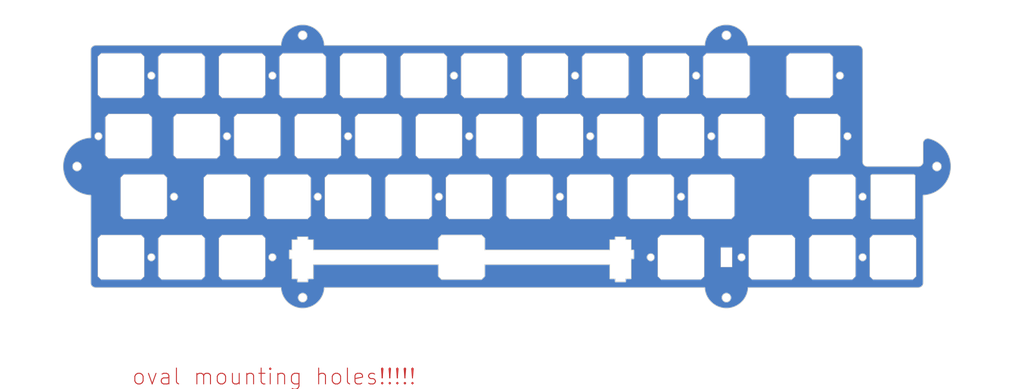
<source format=kicad_pcb>
(kicad_pcb (version 20221018) (generator pcbnew)
  (layers (0 "F.Cu" signal) (31 "B.Cu" signal) (34 "B.Paste" user) (35 "F.Paste" user) (36 "B.SilkS" user "B.Silkscreen") (37 "F.SilkS" user "F.Silkscreen") (38 "B.Mask" user) (39 "F.Mask" user) (44 "Edge.Cuts" user))
  (net 0 "")
  (net 1 "GND")
  (footprint "cipulot_parts:ecs_plate_cut_1U" (layer "F.Cu") (at 243.68125 51.59375)
    (fp_text reference "REF**")
    (fp_text value "Value " hide)
    (fp_line (start -7.3 -6) (end -7.3 6) (stroke (width 0.12)) (layer "Edge.Cuts"))
    (fp_line (start -7.3 6) (end -6.3 7) (stroke (width 0.12)) (layer "Edge.Cuts"))
    (fp_line (start -6.3 -7) (end -7.3 -6) (stroke (width 0.12)) (layer "Edge.Cuts"))
    (fp_line (start -6.3 7) (end 6.3 7) (stroke (width 0.12)) (layer "Edge.Cuts"))
    (fp_line (start 6.3 -7) (end -6.3 -7) (stroke (width 0.12)) (layer "Edge.Cuts"))
    (fp_line (start 6.3 -7) (end 7.3 -6) (stroke (width 0.12)) (layer "Edge.Cuts"))
    (fp_line (start 6.3 7) (end 7.3 6) (stroke (width 0.12)) (layer "Edge.Cuts"))
    (fp_line (start 7.3 6) (end 7.3 -6) (stroke (width 0.12)) (layer "Edge.Cuts"))
  )
  (footprint "cipulot_parts:ecs_plate_cut_1U" (layer "F.Cu") (at 88.9 70.64375)
    (fp_text reference "REF**")
    (fp_text value "Value " hide)
    (fp_line (start -7.3 -6) (end -7.3 6) (stroke (width 0.12)) (layer "Edge.Cuts"))
    (fp_line (start -7.3 6) (end -6.3 7) (stroke (width 0.12)) (layer "Edge.Cuts"))
    (fp_line (start -6.3 -7) (end -7.3 -6) (stroke (width 0.12)) (layer "Edge.Cuts"))
    (fp_line (start -6.3 7) (end 6.3 7) (stroke (width 0.12)) (layer "Edge.Cuts"))
    (fp_line (start 6.3 -7) (end -6.3 -7) (stroke (width 0.12)) (layer "Edge.Cuts"))
    (fp_line (start 6.3 -7) (end 7.3 -6) (stroke (width 0.12)) (layer "Edge.Cuts"))
    (fp_line (start 6.3 7) (end 7.3 6) (stroke (width 0.12)) (layer "Edge.Cuts"))
    (fp_line (start 7.3 6) (end 7.3 -6) (stroke (width 0.12)) (layer "Edge.Cuts"))
  )
  (footprint "cipulot_parts:ecs_plate_cut_1U" (layer "F.Cu") (at 165.1 70.64375)
    (fp_text reference "REF**")
    (fp_text value "Value " hide)
    (fp_line (start -7.3 -6) (end -7.3 6) (stroke (width 0.12)) (layer "Edge.Cuts"))
    (fp_line (start -7.3 6) (end -6.3 7) (stroke (width 0.12)) (layer "Edge.Cuts"))
    (fp_line (start -6.3 -7) (end -7.3 -6) (stroke (width 0.12)) (layer "Edge.Cuts"))
    (fp_line (start -6.3 7) (end 6.3 7) (stroke (width 0.12)) (layer "Edge.Cuts"))
    (fp_line (start 6.3 -7) (end -6.3 -7) (stroke (width 0.12)) (layer "Edge.Cuts"))
    (fp_line (start 6.3 -7) (end 7.3 -6) (stroke (width 0.12)) (layer "Edge.Cuts"))
    (fp_line (start 6.3 7) (end 7.3 6) (stroke (width 0.12)) (layer "Edge.Cuts"))
    (fp_line (start 7.3 6) (end 7.3 -6) (stroke (width 0.12)) (layer "Edge.Cuts"))
  )
  (footprint "cipulot_parts:ecs_plate_cut_1U" (layer "F.Cu") (at 29.36875 70.64375)
    (fp_text reference "REF**")
    (fp_text value "Value " hide)
    (fp_line (start -7.3 -6) (end -7.3 6) (stroke (width 0.12)) (layer "Edge.Cuts"))
    (fp_line (start -7.3 6) (end -6.3 7) (stroke (width 0.12)) (layer "Edge.Cuts"))
    (fp_line (start -6.3 -7) (end -7.3 -6) (stroke (width 0.12)) (layer "Edge.Cuts"))
    (fp_line (start -6.3 7) (end 6.3 7) (stroke (width 0.12)) (layer "Edge.Cuts"))
    (fp_line (start 6.3 -7) (end -6.3 -7) (stroke (width 0.12)) (layer "Edge.Cuts"))
    (fp_line (start 6.3 -7) (end 7.3 -6) (stroke (width 0.12)) (layer "Edge.Cuts"))
    (fp_line (start 6.3 7) (end 7.3 6) (stroke (width 0.12)) (layer "Edge.Cuts"))
    (fp_line (start 7.3 6) (end 7.3 -6) (stroke (width 0.12)) (layer "Edge.Cuts"))
  )
  (footprint "cipulot_parts:ecs_plate_cut_1U" (layer "F.Cu") (at 46.0375 51.59375)
    (fp_text reference "REF**")
    (fp_text value "Value " hide)
    (fp_line (start -7.3 -6) (end -7.3 6) (stroke (width 0.12)) (layer "Edge.Cuts"))
    (fp_line (start -7.3 6) (end -6.3 7) (stroke (width 0.12)) (layer "Edge.Cuts"))
    (fp_line (start -6.3 -7) (end -7.3 -6) (stroke (width 0.12)) (layer "Edge.Cuts"))
    (fp_line (start -6.3 7) (end 6.3 7) (stroke (width 0.12)) (layer "Edge.Cuts"))
    (fp_line (start 6.3 -7) (end -6.3 -7) (stroke (width 0.12)) (layer "Edge.Cuts"))
    (fp_line (start 6.3 -7) (end 7.3 -6) (stroke (width 0.12)) (layer "Edge.Cuts"))
    (fp_line (start 6.3 7) (end 7.3 6) (stroke (width 0.12)) (layer "Edge.Cuts"))
    (fp_line (start 7.3 6) (end 7.3 -6) (stroke (width 0.12)) (layer "Edge.Cuts"))
  )
  (footprint "cipulot_parts:ecs_plate_cut_1U" (layer "F.Cu") (at 212.725 89.69375)
    (fp_text reference "REF**")
    (fp_text value "Value " hide)
    (fp_line (start -7.3 -6) (end -7.3 6) (stroke (width 0.12)) (layer "Edge.Cuts"))
    (fp_line (start -7.3 6) (end -6.3 7) (stroke (width 0.12)) (layer "Edge.Cuts"))
    (fp_line (start -6.3 -7) (end -7.3 -6) (stroke (width 0.12)) (layer "Edge.Cuts"))
    (fp_line (start -6.3 7) (end 6.3 7) (stroke (width 0.12)) (layer "Edge.Cuts"))
    (fp_line (start 6.3 -7) (end -6.3 -7) (stroke (width 0.12)) (layer "Edge.Cuts"))
    (fp_line (start 6.3 -7) (end 7.3 -6) (stroke (width 0.12)) (layer "Edge.Cuts"))
    (fp_line (start 6.3 7) (end 7.3 6) (stroke (width 0.12)) (layer "Edge.Cuts"))
    (fp_line (start 7.3 6) (end 7.3 -6) (stroke (width 0.12)) (layer "Edge.Cuts"))
  )
  (footprint "cipulot_parts:ecs_plate_cut_1U" (layer "F.Cu") (at 146.05 70.64375)
    (fp_text reference "REF**")
    (fp_text value "Value " hide)
    (fp_line (start -7.3 -6) (end -7.3 6) (stroke (width 0.12)) (layer "Edge.Cuts"))
    (fp_line (start -7.3 6) (end -6.3 7) (stroke (width 0.12)) (layer "Edge.Cuts"))
    (fp_line (start -6.3 -7) (end -7.3 -6) (stroke (width 0.12)) (layer "Edge.Cuts"))
    (fp_line (start -6.3 7) (end 6.3 7) (stroke (width 0.12)) (layer "Edge.Cuts"))
    (fp_line (start 6.3 -7) (end -6.3 -7) (stroke (width 0.12)) (layer "Edge.Cuts"))
    (fp_line (start 6.3 -7) (end 7.3 -6) (stroke (width 0.12)) (layer "Edge.Cuts"))
    (fp_line (start 6.3 7) (end 7.3 6) (stroke (width 0.12)) (layer "Edge.Cuts"))
    (fp_line (start 7.3 6) (end 7.3 -6) (stroke (width 0.12)) (layer "Edge.Cuts"))
  )
  (footprint "cipulot_parts:ecs_plate_cut_1U" (layer "F.Cu") (at 217.4875 51.59375)
    (fp_text reference "REF**")
    (fp_text value "Value " hide)
    (fp_line (start -7.3 -6) (end -7.3 6) (stroke (width 0.12)) (layer "Edge.Cuts"))
    (fp_line (start -7.3 6) (end -6.3 7) (stroke (width 0.12)) (layer "Edge.Cuts"))
    (fp_line (start -6.3 -7) (end -7.3 -6) (stroke (width 0.12)) (layer "Edge.Cuts"))
    (fp_line (start -6.3 7) (end 6.3 7) (stroke (width 0.12)) (layer "Edge.Cuts"))
    (fp_line (start 6.3 -7) (end -6.3 -7) (stroke (width 0.12)) (layer "Edge.Cuts"))
    (fp_line (start 6.3 -7) (end 7.3 -6) (stroke (width 0.12)) (layer "Edge.Cuts"))
    (fp_line (start 6.3 7) (end 7.3 6) (stroke (width 0.12)) (layer "Edge.Cuts"))
    (fp_line (start 7.3 6) (end 7.3 -6) (stroke (width 0.12)) (layer "Edge.Cuts"))
  )
  (footprint "cipulot_parts:ecs_plate_cut_1U" (layer "F.Cu") (at 46.0375 108.74375)
    (fp_text reference "REF**")
    (fp_text value "Value " hide)
    (fp_line (start -7.3 -6) (end -7.3 6) (stroke (width 0.12)) (layer "Edge.Cuts"))
    (fp_line (start -7.3 6) (end -6.3 7) (stroke (width 0.12)) (layer "Edge.Cuts"))
    (fp_line (start -6.3 -7) (end -7.3 -6) (stroke (width 0.12)) (layer "Edge.Cuts"))
    (fp_line (start -6.3 7) (end 6.3 7) (stroke (width 0.12)) (layer "Edge.Cuts"))
    (fp_line (start 6.3 -7) (end -6.3 -7) (stroke (width 0.12)) (layer "Edge.Cuts"))
    (fp_line (start 6.3 -7) (end 7.3 -6) (stroke (width 0.12)) (layer "Edge.Cuts"))
    (fp_line (start 6.3 7) (end 7.3 6) (stroke (width 0.12)) (layer "Edge.Cuts"))
    (fp_line (start 7.3 6) (end 7.3 -6) (stroke (width 0.12)) (layer "Edge.Cuts"))
  )
  (footprint "cipulot_parts:ecs_plate_cut_1U" (layer "F.Cu") (at 127 70.64375)
    (fp_text reference "REF**")
    (fp_text value "Value " hide)
    (fp_line (start -7.3 -6) (end -7.3 6) (stroke (width 0.12)) (layer "Edge.Cuts"))
    (fp_line (start -7.3 6) (end -6.3 7) (stroke (width 0.12)) (layer "Edge.Cuts"))
    (fp_line (start -6.3 -7) (end -7.3 -6) (stroke (width 0.12)) (layer "Edge.Cuts"))
    (fp_line (start -6.3 7) (end 6.3 7) (stroke (width 0.12)) (layer "Edge.Cuts"))
    (fp_line (start 6.3 -7) (end -6.3 -7) (stroke (width 0.12)) (layer "Edge.Cuts"))
    (fp_line (start 6.3 -7) (end 7.3 -6) (stroke (width 0.12)) (layer "Edge.Cuts"))
    (fp_line (start 6.3 7) (end 7.3 6) (stroke (width 0.12)) (layer "Edge.Cuts"))
    (fp_line (start 7.3 6) (end 7.3 -6) (stroke (width 0.12)) (layer "Edge.Cuts"))
  )
  (footprint "cipulot_parts:ecs_plate_cut_1U" (layer "F.Cu") (at 174.625 89.69375)
    (fp_text reference "REF**")
    (fp_text value "Value " hide)
    (fp_line (start -7.3 -6) (end -7.3 6) (stroke (width 0.12)) (layer "Edge.Cuts"))
    (fp_line (start -7.3 6) (end -6.3 7) (stroke (width 0.12)) (layer "Edge.Cuts"))
    (fp_line (start -6.3 -7) (end -7.3 -6) (stroke (width 0.12)) (layer "Edge.Cuts"))
    (fp_line (start -6.3 7) (end 6.3 7) (stroke (width 0.12)) (layer "Edge.Cuts"))
    (fp_line (start 6.3 -7) (end -6.3 -7) (stroke (width 0.12)) (layer "Edge.Cuts"))
    (fp_line (start 6.3 -7) (end 7.3 -6) (stroke (width 0.12)) (layer "Edge.Cuts"))
    (fp_line (start 6.3 7) (end 7.3 6) (stroke (width 0.12)) (layer "Edge.Cuts"))
    (fp_line (start 7.3 6) (end 7.3 -6) (stroke (width 0.12)) (layer "Edge.Cuts"))
  )
  (footprint "cipulot_parts:ecs_plate_cut_1U" (layer "F.Cu") (at 203.2 108.74375)
    (fp_text reference "REF**")
    (fp_text value "Value " hide)
    (fp_line (start -7.3 -6) (end -7.3 6) (stroke (width 0.12)) (layer "Edge.Cuts"))
    (fp_line (start -7.3 6) (end -6.3 7) (stroke (width 0.12)) (layer "Edge.Cuts"))
    (fp_line (start -6.3 -7) (end -7.3 -6) (stroke (width 0.12)) (layer "Edge.Cuts"))
    (fp_line (start -6.3 7) (end 6.3 7) (stroke (width 0.12)) (layer "Edge.Cuts"))
    (fp_line (start 6.3 -7) (end -6.3 -7) (stroke (width 0.12)) (layer "Edge.Cuts"))
    (fp_line (start 6.3 -7) (end 7.3 -6) (stroke (width 0.12)) (layer "Edge.Cuts"))
    (fp_line (start 6.3 7) (end 7.3 6) (stroke (width 0.12)) (layer "Edge.Cuts"))
    (fp_line (start 7.3 6) (end 7.3 -6) (stroke (width 0.12)) (layer "Edge.Cuts"))
  )
  (footprint "cipulot_parts:ecs_plate_cut_1U" (layer "F.Cu") (at 26.9875 108.74375)
    (fp_text reference "REF**")
    (fp_text value "Value " hide)
    (fp_line (start -7.3 -6) (end -7.3 6) (stroke (width 0.12)) (layer "Edge.Cuts"))
    (fp_line (start -7.3 6) (end -6.3 7) (stroke (width 0.12)) (layer "Edge.Cuts"))
    (fp_line (start -6.3 -7) (end -7.3 -6) (stroke (width 0.12)) (layer "Edge.Cuts"))
    (fp_line (start -6.3 7) (end 6.3 7) (stroke (width 0.12)) (layer "Edge.Cuts"))
    (fp_line (start 6.3 -7) (end -6.3 -7) (stroke (width 0.12)) (layer "Edge.Cuts"))
    (fp_line (start 6.3 -7) (end 7.3 -6) (stroke (width 0.12)) (layer "Edge.Cuts"))
    (fp_line (start 6.3 7) (end 7.3 6) (stroke (width 0.12)) (layer "Edge.Cuts"))
    (fp_line (start 7.3 6) (end 7.3 -6) (stroke (width 0.12)) (layer "Edge.Cuts"))
  )
  (footprint "cipulot_parts:ecs_plate_cut_1U" (layer "F.Cu") (at 250.825 108.74375)
    (fp_text reference "REF**")
    (fp_text value "Value " hide)
    (fp_line (start -7.3 -6) (end -7.3 6) (stroke (width 0.12)) (layer "Edge.Cuts"))
    (fp_line (start -7.3 6) (end -6.3 7) (stroke (width 0.12)) (layer "Edge.Cuts"))
    (fp_line (start -6.3 -7) (end -7.3 -6) (stroke (width 0.12)) (layer "Edge.Cuts"))
    (fp_line (start -6.3 7) (end 6.3 7) (stroke (width 0.12)) (layer "Edge.Cuts"))
    (fp_line (start 6.3 -7) (end -6.3 -7) (stroke (width 0.12)) (layer "Edge.Cuts"))
    (fp_line (start 6.3 -7) (end 7.3 -6) (stroke (width 0.12)) (layer "Edge.Cuts"))
    (fp_line (start 6.3 7) (end 7.3 6) (stroke (width 0.12)) (layer "Edge.Cuts"))
    (fp_line (start 7.3 6) (end 7.3 -6) (stroke (width 0.12)) (layer "Edge.Cuts"))
  )
  (footprint "cipulot_parts:ecs_plate_cut_1U" (layer "F.Cu") (at 193.675 89.69375)
    (fp_text reference "REF**")
    (fp_text value "Value " hide)
    (fp_line (start -7.3 -6) (end -7.3 6) (stroke (width 0.12)) (layer "Edge.Cuts"))
    (fp_line (start -7.3 6) (end -6.3 7) (stroke (width 0.12)) (layer "Edge.Cuts"))
    (fp_line (start -6.3 -7) (end -7.3 -6) (stroke (width 0.12)) (layer "Edge.Cuts"))
    (fp_line (start -6.3 7) (end 6.3 7) (stroke (width 0.12)) (layer "Edge.Cuts"))
    (fp_line (start 6.3 -7) (end -6.3 -7) (stroke (width 0.12)) (layer "Edge.Cuts"))
    (fp_line (start 6.3 -7) (end 7.3 -6) (stroke (width 0.12)) (layer "Edge.Cuts"))
    (fp_line (start 6.3 7) (end 7.3 6) (stroke (width 0.12)) (layer "Edge.Cuts"))
    (fp_line (start 7.3 6) (end 7.3 -6) (stroke (width 0.12)) (layer "Edge.Cuts"))
  )
  (footprint "cipulot_parts:ecs_plate_cut_1U" (layer "F.Cu") (at 65.0875 51.59375)
    (fp_text reference "REF**")
    (fp_text value "Value " hide)
    (fp_line (start -7.3 -6) (end -7.3 6) (stroke (width 0.12)) (layer "Edge.Cuts"))
    (fp_line (start -7.3 6) (end -6.3 7) (stroke (width 0.12)) (layer "Edge.Cuts"))
    (fp_line (start -6.3 -7) (end -7.3 -6) (stroke (width 0.12)) (layer "Edge.Cuts"))
    (fp_line (start -6.3 7) (end 6.3 7) (stroke (width 0.12)) (layer "Edge.Cuts"))
    (fp_line (start 6.3 -7) (end -6.3 -7) (stroke (width 0.12)) (layer "Edge.Cuts"))
    (fp_line (start 6.3 -7) (end 7.3 -6) (stroke (width 0.12)) (layer "Edge.Cuts"))
    (fp_line (start 6.3 7) (end 7.3 6) (stroke (width 0.12)) (layer "Edge.Cuts"))
    (fp_line (start 7.3 6) (end 7.3 -6) (stroke (width 0.12)) (layer "Edge.Cuts"))
  )
  (footprint "cipulot_parts:ecs_plate_cut_1U" (layer "F.Cu") (at 179.3875 51.59375)
    (fp_text reference "REF**")
    (fp_text value "Value " hide)
    (fp_line (start -7.3 -6) (end -7.3 6) (stroke (width 0.12)) (layer "Edge.Cuts"))
    (fp_line (start -7.3 6) (end -6.3 7) (stroke (width 0.12)) (layer "Edge.Cuts"))
    (fp_line (start -6.3 -7) (end -7.3 -6) (stroke (width 0.12)) (layer "Edge.Cuts"))
    (fp_line (start -6.3 7) (end 6.3 7) (stroke (width 0.12)) (layer "Edge.Cuts"))
    (fp_line (start 6.3 -7) (end -6.3 -7) (stroke (width 0.12)) (layer "Edge.Cuts"))
    (fp_line (start 6.3 -7) (end 7.3 -6) (stroke (width 0.12)) (layer "Edge.Cuts"))
    (fp_line (start 6.3 7) (end 7.3 6) (stroke (width 0.12)) (layer "Edge.Cuts"))
    (fp_line (start 7.3 6) (end 7.3 -6) (stroke (width 0.12)) (layer "Edge.Cuts"))
  )
  (footprint "cipulot_parts:ecs_plate_cut_1U" (layer "F.Cu") (at 222.25 70.64375)
    (fp_text reference "REF**")
    (fp_text value "Value " hide)
    (fp_line (start -7.3 -6) (end -7.3 6) (stroke (width 0.12)) (layer "Edge.Cuts"))
    (fp_line (start -7.3 6) (end -6.3 7) (stroke (width 0.12)) (layer "Edge.Cuts"))
    (fp_line (start -6.3 -7) (end -7.3 -6) (stroke (width 0.12)) (layer "Edge.Cuts"))
    (fp_line (start -6.3 7) (end 6.3 7) (stroke (width 0.12)) (layer "Edge.Cuts"))
    (fp_line (start 6.3 -7) (end -6.3 -7) (stroke (width 0.12)) (layer "Edge.Cuts"))
    (fp_line (start 6.3 -7) (end 7.3 -6) (stroke (width 0.12)) (layer "Edge.Cuts"))
    (fp_line (start 6.3 7) (end 7.3 6) (stroke (width 0.12)) (layer "Edge.Cuts"))
    (fp_line (start 7.3 6) (end 7.3 -6) (stroke (width 0.12)) (layer "Edge.Cuts"))
  )
  (footprint "cipulot_parts:ecs_plate_cut_1U" (layer "F.Cu") (at 34.13125 89.69375)
    (fp_text reference "REF**")
    (fp_text value "Value " hide)
    (fp_line (start -7.3 -6) (end -7.3 6) (stroke (width 0.12)) (layer "Edge.Cuts"))
    (fp_line (start -7.3 6) (end -6.3 7) (stroke (width 0.12)) (layer "Edge.Cuts"))
    (fp_line (start -6.3 -7) (end -7.3 -6) (stroke (width 0.12)) (layer "Edge.Cuts"))
    (fp_line (start -6.3 7) (end 6.3 7) (stroke (width 0.12)) (layer "Edge.Cuts"))
    (fp_line (start 6.3 -7) (end -6.3 -7) (stroke (width 0.12)) (layer "Edge.Cuts"))
    (fp_line (start 6.3 -7) (end 7.3 -6) (stroke (width 0.12)) (layer "Edge.Cuts"))
    (fp_line (start 6.3 7) (end 7.3 6) (stroke (width 0.12)) (layer "Edge.Cuts"))
    (fp_line (start 7.3 6) (end 7.3 -6) (stroke (width 0.12)) (layer "Edge.Cuts"))
  )
  (footprint "cipulot_parts:ecs_plate_cut_1U" (layer "F.Cu") (at 198.4375 51.59375)
    (fp_text reference "REF**")
    (fp_text value "Value " hide)
    (fp_line (start -7.3 -6) (end -7.3 6) (stroke (width 0.12)) (layer "Edge.Cuts"))
    (fp_line (start -7.3 6) (end -6.3 7) (stroke (width 0.12)) (layer "Edge.Cuts"))
    (fp_line (start -6.3 -7) (end -7.3 -6) (stroke (width 0.12)) (layer "Edge.Cuts"))
    (fp_line (start -6.3 7) (end 6.3 7) (stroke (width 0.12)) (layer "Edge.Cuts"))
    (fp_line (start 6.3 -7) (end -6.3 -7) (stroke (width 0.12)) (layer "Edge.Cuts"))
    (fp_line (start 6.3 -7) (end 7.3 -6) (stroke (width 0.12)) (layer "Edge.Cuts"))
    (fp_line (start 6.3 7) (end 7.3 6) (stroke (width 0.12)) (layer "Edge.Cuts"))
    (fp_line (start 7.3 6) (end 7.3 -6) (stroke (width 0.12)) (layer "Edge.Cuts"))
  )
  (footprint "cipulot_parts:ecs_plate_cut_1U" (layer "F.Cu") (at 26.9875 51.59375)
    (fp_text reference "REF**")
    (fp_text value "Value " hide)
    (fp_line (start -7.3 -6) (end -7.3 6) (stroke (width 0.12)) (layer "Edge.Cuts"))
    (fp_line (start -7.3 6) (end -6.3 7) (stroke (width 0.12)) (layer "Edge.Cuts"))
    (fp_line (start -6.3 -7) (end -7.3 -6) (stroke (width 0.12)) (layer "Edge.Cuts"))
    (fp_line (start -6.3 7) (end 6.3 7) (stroke (width 0.12)) (layer "Edge.Cuts"))
    (fp_line (start 6.3 -7) (end -6.3 -7) (stroke (width 0.12)) (layer "Edge.Cuts"))
    (fp_line (start 6.3 -7) (end 7.3 -6) (stroke (width 0.12)) (layer "Edge.Cuts"))
    (fp_line (start 6.3 7) (end 7.3 6) (stroke (width 0.12)) (layer "Edge.Cuts"))
    (fp_line (start 7.3 6) (end 7.3 -6) (stroke (width 0.12)) (layer "Edge.Cuts"))
  )
  (footprint "cipulot_parts:ecs_plate_cut_1U" (layer "F.Cu") (at 50.8 70.64375)
    (fp_text reference "REF**")
    (fp_text value "Value " hide)
    (fp_line (start -7.3 -6) (end -7.3 6) (stroke (width 0.12)) (layer "Edge.Cuts"))
    (fp_line (start -7.3 6) (end -6.3 7) (stroke (width 0.12)) (layer "Edge.Cuts"))
    (fp_line (start -6.3 -7) (end -7.3 -6) (stroke (width 0.12)) (layer "Edge.Cuts"))
    (fp_line (start -6.3 7) (end 6.3 7) (stroke (width 0.12)) (layer "Edge.Cuts"))
    (fp_line (start 6.3 -7) (end -6.3 -7) (stroke (width 0.12)) (layer "Edge.Cuts"))
    (fp_line (start 6.3 -7) (end 7.3 -6) (stroke (width 0.12)) (layer "Edge.Cuts"))
    (fp_line (start 6.3 7) (end 7.3 6) (stroke (width 0.12)) (layer "Edge.Cuts"))
    (fp_line (start 7.3 6) (end 7.3 -6) (stroke (width 0.12)) (layer "Edge.Cuts"))
  )
  (footprint "cipulot_parts:ecs_plate_cut_1U" (layer "F.Cu") (at 269.875 108.74375)
    (fp_text reference "REF**")
    (fp_text value "Value " hide)
    (fp_line (start -7.3 -6) (end -7.3 6) (stroke (width 0.12)) (layer "Edge.Cuts"))
    (fp_line (start -7.3 6) (end -6.3 7) (stroke (width 0.12)) (layer "Edge.Cuts"))
    (fp_line (start -6.3 -7) (end -7.3 -6) (stroke (width 0.12)) (layer "Edge.Cuts"))
    (fp_line (start -6.3 7) (end 6.3 7) (stroke (width 0.12)) (layer "Edge.Cuts"))
    (fp_line (start 6.3 -7) (end -6.3 -7) (stroke (width 0.12)) (layer "Edge.Cuts"))
    (fp_line (start 6.3 -7) (end 7.3 -6) (stroke (width 0.12)) (layer "Edge.Cuts"))
    (fp_line (start 6.3 7) (end 7.3 6) (stroke (width 0.12)) (layer "Edge.Cuts"))
    (fp_line (start 7.3 6) (end 7.3 -6) (stroke (width 0.12)) (layer "Edge.Cuts"))
  )
  (footprint "cipulot_parts:ecs_plate_cut_1U" (layer "F.Cu") (at 250.825 89.69375)
    (fp_text reference "REF**")
    (fp_text value "Value " hide)
    (fp_line (start -7.3 -6) (end -7.3 6) (stroke (width 0.12)) (layer "Edge.Cuts"))
    (fp_line (start -7.3 6) (end -6.3 7) (stroke (width 0.12)) (layer "Edge.Cuts"))
    (fp_line (start -6.3 -7) (end -7.3 -6) (stroke (width 0.12)) (layer "Edge.Cuts"))
    (fp_line (start -6.3 7) (end 6.3 7) (stroke (width 0.12)) (layer "Edge.Cuts"))
    (fp_line (start 6.3 -7) (end -6.3 -7) (stroke (width 0.12)) (layer "Edge.Cuts"))
    (fp_line (start 6.3 -7) (end 7.3 -6) (stroke (width 0.12)) (layer "Edge.Cuts"))
    (fp_line (start 6.3 7) (end 7.3 6) (stroke (width 0.12)) (layer "Edge.Cuts"))
    (fp_line (start 7.3 6) (end 7.3 -6) (stroke (width 0.12)) (layer "Edge.Cuts"))
  )
  (footprint "cipulot_parts:ecs_plate_cut_1U" (layer "F.Cu") (at 65.0875 108.74375)
    (fp_text reference "REF**")
    (fp_text value "Value " hide)
    (fp_line (start -7.3 -6) (end -7.3 6) (stroke (width 0.12)) (layer "Edge.Cuts"))
    (fp_line (start -7.3 6) (end -6.3 7) (stroke (width 0.12)) (layer "Edge.Cuts"))
    (fp_line (start -6.3 -7) (end -7.3 -6) (stroke (width 0.12)) (layer "Edge.Cuts"))
    (fp_line (start -6.3 7) (end 6.3 7) (stroke (width 0.12)) (layer "Edge.Cuts"))
    (fp_line (start 6.3 -7) (end -6.3 -7) (stroke (width 0.12)) (layer "Edge.Cuts"))
    (fp_line (start 6.3 -7) (end 7.3 -6) (stroke (width 0.12)) (layer "Edge.Cuts"))
    (fp_line (start 6.3 7) (end 7.3 6) (stroke (width 0.12)) (layer "Edge.Cuts"))
    (fp_line (start 7.3 6) (end 7.3 -6) (stroke (width 0.12)) (layer "Edge.Cuts"))
  )
  (footprint "cipulot_parts:ecs_plate_cut_1U" (layer "F.Cu") (at 69.85 70.64375)
    (fp_text reference "REF**")
    (fp_text value "Value " hide)
    (fp_line (start -7.3 -6) (end -7.3 6) (stroke (width 0.12)) (layer "Edge.Cuts"))
    (fp_line (start -7.3 6) (end -6.3 7) (stroke (width 0.12)) (layer "Edge.Cuts"))
    (fp_line (start -6.3 -7) (end -7.3 -6) (stroke (width 0.12)) (layer "Edge.Cuts"))
    (fp_line (start -6.3 7) (end 6.3 7) (stroke (width 0.12)) (layer "Edge.Cuts"))
    (fp_line (start 6.3 -7) (end -6.3 -7) (stroke (width 0.12)) (layer "Edge.Cuts"))
    (fp_line (start 6.3 -7) (end 7.3 -6) (stroke (width 0.12)) (layer "Edge.Cuts"))
    (fp_line (start 6.3 7) (end 7.3 6) (stroke (width 0.12)) (layer "Edge.Cuts"))
    (fp_line (start 7.3 6) (end 7.3 -6) (stroke (width 0.12)) (layer "Edge.Cuts"))
  )
  (footprint "cipulot_parts:ecs_plate_cut_1U" (layer "F.Cu") (at 160.3375 51.59375)
    (fp_text reference "REF**")
    (fp_text value "Value " hide)
    (fp_line (start -7.3 -6) (end -7.3 6) (stroke (width 0.12)) (layer "Edge.Cuts"))
    (fp_line (start -7.3 6) (end -6.3 7) (stroke (width 0.12)) (layer "Edge.Cuts"))
    (fp_line (start -6.3 -7) (end -7.3 -6) (stroke (width 0.12)) (layer "Edge.Cuts"))
    (fp_line (start -6.3 7) (end 6.3 7) (stroke (width 0.12)) (layer "Edge.Cuts"))
    (fp_line (start 6.3 -7) (end -6.3 -7) (stroke (width 0.12)) (layer "Edge.Cuts"))
    (fp_line (start 6.3 -7) (end 7.3 -6) (stroke (width 0.12)) (layer "Edge.Cuts"))
    (fp_line (start 6.3 7) (end 7.3 6) (stroke (width 0.12)) (layer "Edge.Cuts"))
    (fp_line (start 7.3 6) (end 7.3 -6) (stroke (width 0.12)) (layer "Edge.Cuts"))
  )
  (footprint "cipulot_parts:ecs_plate_cut_1U" (layer "F.Cu") (at 155.575 89.69375)
    (fp_text reference "REF**")
    (fp_text value "Value " hide)
    (fp_line (start -7.3 -6) (end -7.3 6) (stroke (width 0.12)) (layer "Edge.Cuts"))
    (fp_line (start -7.3 6) (end -6.3 7) (stroke (width 0.12)) (layer "Edge.Cuts"))
    (fp_line (start -6.3 -7) (end -7.3 -6) (stroke (width 0.12)) (layer "Edge.Cuts"))
    (fp_line (start -6.3 7) (end 6.3 7) (stroke (width 0.12)) (layer "Edge.Cuts"))
    (fp_line (start 6.3 -7) (end -6.3 -7) (stroke (width 0.12)) (layer "Edge.Cuts"))
    (fp_line (start 6.3 -7) (end 7.3 -6) (stroke (width 0.12)) (layer "Edge.Cuts"))
    (fp_line (start 6.3 7) (end 7.3 6) (stroke (width 0.12)) (layer "Edge.Cuts"))
    (fp_line (start 7.3 6) (end 7.3 -6) (stroke (width 0.12)) (layer "Edge.Cuts"))
  )
  (footprint "cipulot_parts:ecs_plate_cut_1U" (layer "F.Cu") (at 141.2875 51.59375)
    (fp_text reference "REF**")
    (fp_text value "Value " hide)
    (fp_line (start -7.3 -6) (end -7.3 6) (stroke (width 0.12)) (layer "Edge.Cuts"))
    (fp_line (start -7.3 6) (end -6.3 7) (stroke (width 0.12)) (layer "Edge.Cuts"))
    (fp_line (start -6.3 -7) (end -7.3 -6) (stroke (width 0.12)) (layer "Edge.Cuts"))
    (fp_line (start -6.3 7) (end 6.3 7) (stroke (width 0.12)) (layer "Edge.Cuts"))
    (fp_line (start 6.3 -7) (end -6.3 -7) (stroke (width 0.12)) (layer "Edge.Cuts"))
    (fp_line (start 6.3 -7) (end 7.3 -6) (stroke (width 0.12)) (layer "Edge.Cuts"))
    (fp_line (start 6.3 7) (end 7.3 6) (stroke (width 0.12)) (layer "Edge.Cuts"))
    (fp_line (start 7.3 6) (end 7.3 -6) (stroke (width 0.12)) (layer "Edge.Cuts"))
  )
  (footprint "cipulot_parts:ecs_plate_cut_1U" (layer "F.Cu") (at 246.0625 70.64375)
    (fp_text reference "REF**")
    (fp_text value "Value " hide)
    (fp_line (start -7.3 -6) (end -7.3 6) (stroke (width 0.12)) (layer "Edge.Cuts"))
    (fp_line (start -7.3 6) (end -6.3 7) (stroke (width 0.12)) (layer "Edge.Cuts"))
    (fp_line (start -6.3 -7) (end -7.3 -6) (stroke (width 0.12)) (layer "Edge.Cuts"))
    (fp_line (start -6.3 7) (end 6.3 7) (stroke (width 0.12)) (layer "Edge.Cuts"))
    (fp_line (start 6.3 -7) (end -6.3 -7) (stroke (width 0.12)) (layer "Edge.Cuts"))
    (fp_line (start 6.3 -7) (end 7.3 -6) (stroke (width 0.12)) (layer "Edge.Cuts"))
    (fp_line (start 6.3 7) (end 7.3 6) (stroke (width 0.12)) (layer "Edge.Cuts"))
    (fp_line (start 7.3 6) (end 7.3 -6) (stroke (width 0.12)) (layer "Edge.Cuts"))
  )
  (footprint "cipulot_parts:ecs_plate_cut_1U" (layer "F.Cu") (at 107.95 70.64375)
    (fp_text reference "REF**")
    (fp_text value "Value " hide)
    (fp_line (start -7.3 -6) (end -7.3 6) (stroke (width 0.12)) (layer "Edge.Cuts"))
    (fp_line (start -7.3 6) (end -6.3 7) (stroke (width 0.12)) (layer "Edge.Cuts"))
    (fp_line (start -6.3 -7) (end -7.3 -6) (stroke (width 0.12)) (layer "Edge.Cuts"))
    (fp_line (start -6.3 7) (end 6.3 7) (stroke (width 0.12)) (layer "Edge.Cuts"))
    (fp_line (start 6.3 -7) (end -6.3 -7) (stroke (width 0.12)) (layer "Edge.Cuts"))
    (fp_line (start 6.3 -7) (end 7.3 -6) (stroke (width 0.12)) (layer "Edge.Cuts"))
    (fp_line (start 6.3 7) (end 7.3 6) (stroke (width 0.12)) (layer "Edge.Cuts"))
    (fp_line (start 7.3 6) (end 7.3 -6) (stroke (width 0.12)) (layer "Edge.Cuts"))
  )
  (footprint "cipulot_parts:ecs_plate_cut_1U" (layer "F.Cu") (at 117.475 89.69375)
    (fp_text reference "REF**")
    (fp_text value "Value " hide)
    (fp_line (start -7.3 -6) (end -7.3 6) (stroke (width 0.12)) (layer "Edge.Cuts"))
    (fp_line (start -7.3 6) (end -6.3 7) (stroke (width 0.12)) (layer "Edge.Cuts"))
    (fp_line (start -6.3 -7) (end -7.3 -6) (stroke (width 0.12)) (layer "Edge.Cuts"))
    (fp_line (start -6.3 7) (end 6.3 7) (stroke (width 0.12)) (layer "Edge.Cuts"))
    (fp_line (start 6.3 -7) (end -6.3 -7) (stroke (width 0.12)) (layer "Edge.Cuts"))
    (fp_line (start 6.3 -7) (end 7.3 -6) (stroke (width 0.12)) (layer "Edge.Cuts"))
    (fp_line (start 6.3 7) (end 7.3 6) (stroke (width 0.12)) (layer "Edge.Cuts"))
    (fp_line (start 7.3 6) (end 7.3 -6) (stroke (width 0.12)) (layer "Edge.Cuts"))
  )
  (footprint "cipulot_parts:ecs_plate_cut_1U" (layer "F.Cu") (at 122.2375 51.59375)
    (fp_text reference "REF**")
    (fp_text value "Value " hide)
    (fp_line (start -7.3 -6) (end -7.3 6) (stroke (width 0.12)) (layer "Edge.Cuts"))
    (fp_line (start -7.3 6) (end -6.3 7) (stroke (width 0.12)) (layer "Edge.Cuts"))
    (fp_line (start -6.3 -7) (end -7.3 -6) (stroke (width 0.12)) (layer "Edge.Cuts"))
    (fp_line (start -6.3 7) (end 6.3 7) (stroke (width 0.12)) (layer "Edge.Cuts"))
    (fp_line (start 6.3 -7) (end -6.3 -7) (stroke (width 0.12)) (layer "Edge.Cuts"))
    (fp_line (start 6.3 -7) (end 7.3 -6) (stroke (width 0.12)) (layer "Edge.Cuts"))
    (fp_line (start 6.3 7) (end 7.3 6) (stroke (width 0.12)) (layer "Edge.Cuts"))
    (fp_line (start 7.3 6) (end 7.3 -6) (stroke (width 0.12)) (layer "Edge.Cuts"))
  )
  (footprint "cipulot_parts:ecs_plate_cut_1U" (layer "F.Cu") (at 98.425 89.69375)
    (fp_text reference "REF**")
    (fp_text value "Value " hide)
    (fp_line (start -7.3 -6) (end -7.3 6) (stroke (width 0.12)) (layer "Edge.Cuts"))
    (fp_line (start -7.3 6) (end -6.3 7) (stroke (width 0.12)) (layer "Edge.Cuts"))
    (fp_line (start -6.3 -7) (end -7.3 -6) (stroke (width 0.12)) (layer "Edge.Cuts"))
    (fp_line (start -6.3 7) (end 6.3 7) (stroke (width 0.12)) (layer "Edge.Cuts"))
    (fp_line (start 6.3 -7) (end -6.3 -7) (stroke (width 0.12)) (layer "Edge.Cuts"))
    (fp_line (start 6.3 -7) (end 7.3 -6) (stroke (width 0.12)) (layer "Edge.Cuts"))
    (fp_line (start 6.3 7) (end 7.3 6) (stroke (width 0.12)) (layer "Edge.Cuts"))
    (fp_line (start 7.3 6) (end 7.3 -6) (stroke (width 0.12)) (layer "Edge.Cuts"))
  )
  (footprint "cipulot_parts:ecs_plate_cut_1U" (layer "F.Cu") (at 79.375 89.69375)
    (fp_text reference "REF**")
    (fp_text value "Value " hide)
    (fp_line (start -7.3 -6) (end -7.3 6) (stroke (width 0.12)) (layer "Edge.Cuts"))
    (fp_line (start -7.3 6) (end -6.3 7) (stroke (width 0.12)) (layer "Edge.Cuts"))
    (fp_line (start -6.3 -7) (end -7.3 -6) (stroke (width 0.12)) (layer "Edge.Cuts"))
    (fp_line (start -6.3 7) (end 6.3 7) (stroke (width 0.12)) (layer "Edge.Cuts"))
    (fp_line (start 6.3 -7) (end -6.3 -7) (stroke (width 0.12)) (layer "Edge.Cuts"))
    (fp_line (start 6.3 -7) (end 7.3 -6) (stroke (width 0.12)) (layer "Edge.Cuts"))
    (fp_line (start 6.3 7) (end 7.3 6) (stroke (width 0.12)) (layer "Edge.Cuts"))
    (fp_line (start 7.3 6) (end 7.3 -6) (stroke (width 0.12)) (layer "Edge.Cuts"))
  )
  (footprint "cipulot_parts:ecs_plate_cut_1U" (layer "F.Cu") (at 60.325 89.69375)
    (fp_text reference "REF**")
    (fp_text value "Value " hide)
    (fp_line (start -7.3 -6) (end -7.3 6) (stroke (width 0.12)) (layer "Edge.Cuts"))
    (fp_line (start -7.3 6) (end -6.3 7) (stroke (width 0.12)) (layer "Edge.Cuts"))
    (fp_line (start -6.3 -7) (end -7.3 -6) (stroke (width 0.12)) (layer "Edge.Cuts"))
    (fp_line (start -6.3 7) (end 6.3 7) (stroke (width 0.12)) (layer "Edge.Cuts"))
    (fp_line (start 6.3 -7) (end -6.3 -7) (stroke (width 0.12)) (layer "Edge.Cuts"))
    (fp_line (start 6.3 -7) (end 7.3 -6) (stroke (width 0.12)) (layer "Edge.Cuts"))
    (fp_line (start 6.3 7) (end 7.3 6) (stroke (width 0.12)) (layer "Edge.Cuts"))
    (fp_line (start 7.3 6) (end 7.3 -6) (stroke (width 0.12)) (layer "Edge.Cuts"))
  )
  (footprint "cipulot_parts:ecs_plate_cut_1U" (layer "F.Cu") (at 84.1375 51.59375)
    (fp_text reference "REF**")
    (fp_text value "Value " hide)
    (fp_line (start -7.3 -6) (end -7.3 6) (stroke (width 0.12)) (layer "Edge.Cuts"))
    (fp_line (start -7.3 6) (end -6.3 7) (stroke (width 0.12)) (layer "Edge.Cuts"))
    (fp_line (start -6.3 -7) (end -7.3 -6) (stroke (width 0.12)) (layer "Edge.Cuts"))
    (fp_line (start -6.3 7) (end 6.3 7) (stroke (width 0.12)) (layer "Edge.Cuts"))
    (fp_line (start 6.3 -7) (end -6.3 -7) (stroke (width 0.12)) (layer "Edge.Cuts"))
    (fp_line (start 6.3 -7) (end 7.3 -6) (stroke (width 0.12)) (layer "Edge.Cuts"))
    (fp_line (start 6.3 7) (end 7.3 6) (stroke (width 0.12)) (layer "Edge.Cuts"))
    (fp_line (start 7.3 6) (end 7.3 -6) (stroke (width 0.12)) (layer "Edge.Cuts"))
  )
  (footprint "cipulot_parts:ecs_plate_cut_1U" (layer "F.Cu") (at 203.2 70.64375)
    (fp_text reference "REF**")
    (fp_text value "Value " hide)
    (fp_line (start -7.3 -6) (end -7.3 6) (stroke (width 0.12)) (layer "Edge.Cuts"))
    (fp_line (start -7.3 6) (end -6.3 7) (stroke (width 0.12)) (layer "Edge.Cuts"))
    (fp_line (start -6.3 -7) (end -7.3 -6) (stroke (width 0.12)) (layer "Edge.Cuts"))
    (fp_line (start -6.3 7) (end 6.3 7) (stroke (width 0.12)) (layer "Edge.Cuts"))
    (fp_line (start 6.3 -7) (end -6.3 -7) (stroke (width 0.12)) (layer "Edge.Cuts"))
    (fp_line (start 6.3 -7) (end 7.3 -6) (stroke (width 0.12)) (layer "Edge.Cuts"))
    (fp_line (start 6.3 7) (end 7.3 6) (stroke (width 0.12)) (layer "Edge.Cuts"))
    (fp_line (start 7.3 6) (end 7.3 -6) (stroke (width 0.12)) (layer "Edge.Cuts"))
  )
  (footprint "cipulot_parts:ecs_plate_cut_1U" (layer "F.Cu") (at 231.775 108.74375)
    (fp_text reference "REF**")
    (fp_text value "Value " hide)
    (fp_line (start -7.3 -6) (end -7.3 6) (stroke (width 0.12)) (layer "Edge.Cuts"))
    (fp_line (start -7.3 6) (end -6.3 7) (stroke (width 0.12)) (layer "Edge.Cuts"))
    (fp_line (start -6.3 -7) (end -7.3 -6) (stroke (width 0.12)) (layer "Edge.Cuts"))
    (fp_line (start -6.3 7) (end 6.3 7) (stroke (width 0.12)) (layer "Edge.Cuts"))
    (fp_line (start 6.3 -7) (end -6.3 -7) (stroke (width 0.12)) (layer "Edge.Cuts"))
    (fp_line (start 6.3 -7) (end 7.3 -6) (stroke (width 0.12)) (layer "Edge.Cuts"))
    (fp_line (start 6.3 7) (end 7.3 6) (stroke (width 0.12)) (layer "Edge.Cuts"))
    (fp_line (start 7.3 6) (end 7.3 -6) (stroke (width 0.12)) (layer "Edge.Cuts"))
  )
  (footprint "cipulot_parts:ecs_plate_cut_1U" (layer "F.Cu") (at 103.1875 51.59375)
    (fp_text reference "REF**")
    (fp_text value "Value " hide)
    (fp_line (start -7.3 -6) (end -7.3 6) (stroke (width 0.12)) (layer "Edge.Cuts"))
    (fp_line (start -7.3 6) (end -6.3 7) (stroke (width 0.12)) (layer "Edge.Cuts"))
    (fp_line (start -6.3 -7) (end -7.3 -6) (stroke (width 0.12)) (layer "Edge.Cuts"))
    (fp_line (start -6.3 7) (end 6.3 7) (stroke (width 0.12)) (layer "Edge.Cuts"))
    (fp_line (start 6.3 -7) (end -6.3 -7) (stroke (width 0.12)) (layer "Edge.Cuts"))
    (fp_line (start 6.3 -7) (end 7.3 -6) (stroke (width 0.12)) (layer "Edge.Cuts"))
    (fp_line (start 6.3 7) (end 7.3 6) (stroke (width 0.12)) (layer "Edge.Cuts"))
    (fp_line (start 7.3 6) (end 7.3 -6) (stroke (width 0.12)) (layer "Edge.Cuts"))
  )
  (footprint "cipulot_parts:ecs_plate_cut_1U" (layer "F.Cu") (at 184.15 70.64375)
    (fp_text reference "REF**")
    (fp_text value "Value " hide)
    (fp_line (start -7.3 -6) (end -7.3 6) (stroke (width 0.12)) (layer "Edge.Cuts"))
    (fp_line (start -7.3 6) (end -6.3 7) (stroke (width 0.12)) (layer "Edge.Cuts"))
    (fp_line (start -6.3 -7) (end -7.3 -6) (stroke (width 0.12)) (layer "Edge.Cuts"))
    (fp_line (start -6.3 7) (end 6.3 7) (stroke (width 0.12)) (layer "Edge.Cuts"))
    (fp_line (start 6.3 -7) (end -6.3 -7) (stroke (width 0.12)) (layer "Edge.Cuts"))
    (fp_line (start 6.3 -7) (end 7.3 -6) (stroke (width 0.12)) (layer "Edge.Cuts"))
    (fp_line (start 6.3 7) (end 7.3 6) (stroke (width 0.12)) (layer "Edge.Cuts"))
    (fp_line (start 7.3 6) (end 7.3 -6) (stroke (width 0.12)) (layer "Edge.Cuts"))
  )
  (footprint "cipulot_parts:ecs_plate_cut_1U" (layer "F.Cu") (at 136.525 89.69375)
    (fp_text reference "REF**")
    (fp_text value "Value " hide)
    (fp_line (start -7.3 -6) (end -7.3 6) (stroke (width 0.12)) (layer "Edge.Cuts"))
    (fp_line (start -7.3 6) (end -6.3 7) (stroke (width 0.12)) (layer "Edge.Cuts"))
    (fp_line (start -6.3 -7) (end -7.3 -6) (stroke (width 0.12)) (layer "Edge.Cuts"))
    (fp_line (start -6.3 7) (end 6.3 7) (stroke (width 0.12)) (layer "Edge.Cuts"))
    (fp_line (start 6.3 -7) (end -6.3 -7) (stroke (width 0.12)) (layer "Edge.Cuts"))
    (fp_line (start 6.3 -7) (end 7.3 -6) (stroke (width 0.12)) (layer "Edge.Cuts"))
    (fp_line (start 6.3 7) (end 7.3 6) (stroke (width 0.12)) (layer "Edge.Cuts"))
    (fp_line (start 7.3 6) (end 7.3 -6) (stroke (width 0.12)) (layer "Edge.Cuts"))
  )
  (gr_circle (center 88.9 89.69375) (end 90.05 89.69375) (stroke (width 0.2)) (fill none) (layer "Edge.Cuts"))
  (gr_line (start 182.4931 103.21405) (end 180.7681 103.21405) (stroke (width 0.2)) (layer "Edge.Cuts"))
  (gr_circle (center 74.6125 108.74375) (end 75.7625 108.74375) (stroke (width 0.2)) (fill none) (layer "Edge.Cuts"))
  (gr_line (start 87.5185 111.04412) (end 126.845399 111.04412) (stroke (width 0.2)) (layer "Edge.Cuts"))
  (gr_line (start 180.7681 111.04412) (end 180.7681 115.51308) (stroke (width 0.2)) (layer "Edge.Cuts"))
  (gr_line (start 182.4931 116.49424) (end 185.7931 116.49424) (stroke (width 0.2)) (layer "Edge.Cuts"))
  (gr_line (start 188.3441 106.44425) (end 187.5181 106.44425) (stroke (width 0.2)) (layer "Edge.Cuts"))
  (gr_arc (start 276.375 82.69375) (mid 276.728553 82.840197) (end 276.875 83.19375) (stroke (width 0.2)) (layer "Edge.Cuts"))
  (gr_arc (start 210.693 42.06875) (mid 217.4875 35.58875) (end 224.282 42.06875) (stroke (width 0.2)) (layer "Edge.Cuts"))
  (gr_circle (center 19.84375 70.64375) (end 20.99375 70.64375) (stroke (width 0.2)) (fill none) (layer "Edge.Cuts"))
  (gr_line (start 185.7931 116.49424) (end 185.7931 115.51308) (stroke (width 0.2)) (layer "Edge.Cuts"))
  (gr_circle (center 212.725 70.64375) (end 213.875 70.64375) (stroke (width 0.2)) (fill none) (layer "Edge.Cuts"))
  (gr_line (start 141.445399 111.04412) (end 141.44375 114.74375) (stroke (width 0.2)) (layer "Edge.Cuts"))
  (gr_arc (start 258.85 42.06875) (mid 259.91066 42.50809) (end 260.35 43.56875) (stroke (width 0.2)) (layer "Edge.Cuts"))
  (gr_line (start 210.693 42.06875) (end 90.932 42.06875) (stroke (width 0.2)) (layer "Edge.Cuts"))
  (gr_line (start 80.7689 109.24301) (end 80.7689 115.51308) (stroke (width 0.2)) (layer "Edge.Cuts"))
  (gr_arc (start 261.85 80.16875) (mid 260.78934 79.72941) (end 260.35 78.66875) (stroke (width 0.2)) (layer "Edge.Cuts"))
  (gr_line (start 187.5181 115.51308) (end 187.5181 109.24301) (stroke (width 0.2)) (layer "Edge.Cuts"))
  (gr_line (start 85.7932 116.49424) (end 85.7932 115.51308) (stroke (width 0.2)) (layer "Edge.Cuts"))
  (gr_line (start 126.842101 106.44425) (end 87.5185 106.44425) (stroke (width 0.2)) (layer "Edge.Cuts"))
  (gr_line (start 85.7932 103.21405) (end 85.7932 102.29215) (stroke (width 0.2)) (layer "Edge.Cuts"))
  (gr_line (start 127.84375 101.74375) (end 140.44375 101.74375) (stroke (width 0.2)) (layer "Edge.Cuts"))
  (gr_circle (center 98.425 70.64375) (end 99.575 70.64375) (stroke (width 0.2)) (fill none) (layer "Edge.Cuts"))
  (gr_line (start 279.4 116.76875) (end 279.4 89.19845) (stroke (width 0.2)) (layer "Edge.Cuts"))
  (gr_rect (start 215.689277 105.67166) (end 219.280821 111.815972) (stroke (width 0.1)) (fill none) (layer "Edge.Cuts"))
  (gr_line (start 141.44375 102.74375) (end 141.442101 106.44425) (stroke (width 0.2)) (layer "Edge.Cuts"))
  (gr_line (start 185.7931 102.29215) (end 182.4931 102.29215) (stroke (width 0.2)) (layer "Edge.Cuts"))
  (gr_circle (center 131.7625 51.59375) (end 132.9125 51.59375) (stroke (width 0.2)) (fill none) (layer "Edge.Cuts"))
  (gr_circle (center 127 89.69375) (end 128.15 89.69375) (stroke (width 0.2)) (fill none) (layer "Edge.Cuts"))
  (gr_circle (center 207.9625 51.59375) (end 209.1125 51.59375) (stroke (width 0.2)) (fill none) (layer "Edge.Cuts"))
  (gr_line (start 17.4625 89.19845) (end 17.4625 116.76875) (stroke (width 0.2)) (layer "Edge.Cuts"))
  (gr_arc (start 224.282 118.26875) (mid 217.4875 124.74875) (end 210.693 118.26875) (stroke (width 0.2)) (layer "Edge.Cuts"))
  (gr_circle (center 283.73125 80.16875) (end 282.33125 80.16875) (stroke (width 0.2)) (fill none) (layer "Edge.Cuts"))
  (gr_line (start 187.5181 109.24301) (end 188.3441 109.24301) (stroke (width 0.2)) (layer "Edge.Cuts"))
  (gr_line (start 260.35 78.66875) (end 260.35 43.56875) (stroke (width 0.2)) (layer "Edge.Cuts"))
  (gr_circle (center 60.325 70.64375) (end 61.475 70.64375) (stroke (width 0.2)) (fill none) (layer "Edge.Cuts"))
  (gr_circle (center 174.625 70.64375) (end 175.775 70.64375) (stroke (width 0.2)) (fill none) (layer "Edge.Cuts"))
  (gr_circle (center 36.5125 51.59375) (end 37.6625 51.59375) (stroke (width 0.2)) (fill none) (layer "Edge.Cuts"))
  (gr_line (start 79.9434 109.24301) (end 80.7689 109.24301) (stroke (width 0.2)) (layer "Edge.Cuts"))
  (gr_circle (center 253.20625 51.59375) (end 254.35625 51.59375) (stroke (width 0.2)) (fill none) (layer "Edge.Cuts"))
  (gr_arc (start 17.4625 43.56875) (mid 17.90184 42.50809) (end 18.9625 42.06875) (stroke (width 0.2)) (layer "Edge.Cuts"))
  (gr_line (start 126.84375 114.74375) (end 127.84375 115.74375) (stroke (width 0.2)) (layer "Edge.Cuts"))
  (gr_arc (start 279.4 116.76875) (mid 278.96066 117.82941) (end 277.9 118.26875) (stroke (width 0.2)) (layer "Edge.Cuts"))
  (gr_line (start 127.84375 115.74375) (end 140.44375 115.74375) (stroke (width 0.2)) (layer "Edge.Cuts"))
  (gr_line (start 80.7689 115.51308) (end 82.4942 115.51308) (stroke (width 0.2)) (layer "Edge.Cuts"))
  (gr_line (start 279.4 72.864821) (end 279.4 78.66875) (stroke (width 0.2)) (layer "Edge.Cuts"))
  (gr_line (start 80.7689 103.21405) (end 80.7689 106.44425) (stroke (width 0.2)) (layer "Edge.Cuts"))
  (gr_circle (center 84.1375 38.89375) (end 82.7375 38.89375) (stroke (width 0.2)) (fill none) (layer "Edge.Cuts"))
  (gr_line (start 126.845399 111.04412) (end 126.84375 114.74375) (stroke (width 0.2)) (layer "Edge.Cuts"))
  (gr_line (start 126.84375 102.74375) (end 126.842101 106.44425) (stroke (width 0.2)) (layer "Edge.Cuts"))
  (gr_circle (center 74.6125 51.59375) (end 75.7625 51.59375) (stroke (width 0.2)) (fill none) (layer "Edge.Cuts"))
  (gr_line (start 180.7681 115.51308) (end 182.4931 115.51308) (stroke (width 0.2)) (layer "Edge.Cuts"))
  (gr_line (start 90.932 118.26875) (end 210.693 118.26875) (stroke (width 0.2)) (layer "Edge.Cuts"))
  (gr_line (start 82.4942 103.21405) (end 80.7689 103.21405) (stroke (width 0.2)) (layer "Edge.Cuts"))
  (gr_line (start 180.7681 103.21405) (end 180.7681 106.44425) (stroke (width 0.2)) (layer "Edge.Cuts"))
  (gr_arc (start 279.4 72.864821) (mid 279.979411 71.680542) (end 281.270021 71.411175) (stroke (width 0.2)) (layer "Edge.Cuts"))
  (gr_line (start 185.7931 115.51308) (end 187.5181 115.51308) (stroke (width 0.2)) (layer "Edge.Cuts"))
  (gr_line (start 87.5185 103.21405) (end 85.7932 103.21405) (stroke (width 0.2)) (layer "Edge.Cuts"))
  (gr_line (start 277.9 80.16875) (end 261.85 80.16875) (stroke (width 0.2)) (layer "Edge.Cuts"))
  (gr_circle (center 165.1 89.69375) (end 166.25 89.69375) (stroke (width 0.2)) (fill none) (layer "Edge.Cuts"))
  (gr_circle (center 36.5125 108.74375) (end 37.6625 108.74375) (stroke (width 0.2)) (fill none) (layer "Edge.Cuts"))
  (gr_line (start 180.7681 106.44425) (end 141.442101 106.44425) (stroke (width 0.2)) (layer "Edge.Cuts"))
  (gr_circle (center 217.4875 38.89375) (end 216.0875 38.89375) (stroke (width 0.2)) (fill none) (layer "Edge.Cuts"))
  (gr_line (start 18.9625 118.26875) (end 77.343 118.26875) (stroke (width 0.2)) (layer "Edge.Cuts"))
  (gr_line (start 85.7932 115.51308) (end 87.5185 115.51308) (stroke (width 0.2)) (layer "Edge.Cuts"))
  (gr_line (start 87.5185 115.51308) (end 87.5185 111.04412) (stroke (width 0.2)) (layer "Edge.Cuts"))
  (gr_circle (center 13.13125 80.16875) (end 11.73125 80.16875) (stroke (width 0.2)) (fill none) (layer "Edge.Cuts"))
  (gr_circle (center 217.4875 121.44375) (end 216.0875 121.44375) (stroke (width 0.2)) (fill none) (layer "Edge.Cuts"))
  (gr_arc (start 263.375 96.69375) (mid 263.021447 96.547303) (end 262.875 96.19375) (stroke (width 0.2)) (layer "Edge.Cuts"))
  (gr_arc (start 281.270021 71.411175) (mid 288.028119 81.113609) (end 279.4 89.19845) (stroke (width 0.2)) (layer "Edge.Cuts"))
  (gr_line (start 17.4625 43.56875) (end 17.4625 71.13905) (stroke (width 0.2)) (layer "Edge.Cuts"))
  (gr_arc (start 77.343 42.06875) (mid 84.1375 35.58875) (end 90.932 42.06875) (stroke (width 0.2)) (layer "Edge.Cuts"))
  (gr_line (start 182.4931 115.51308) (end 182.4931 116.49424) (stroke (width 0.2)) (layer "Edge.Cuts"))
  (gr_line (start 140.44375 115.74375) (end 141.44375 114.74375) (stroke (width 0.2)) (layer "Edge.Cuts"))
  (gr_line (start 276.875 96.19375) (end 276.875 83.19375) (stroke (width 0.2)) (layer "Edge.Cuts"))
  (gr_line (start 187.5181 103.21405) (end 185.7931 103.21405) (stroke (width 0.2)) (layer "Edge.Cuts"))
  (gr_arc (start 90.932 118.26875) (mid 84.1375 124.74875) (end 77.343 118.26875) (stroke (width 0.2)) (layer "Edge.Cuts"))
  (gr_arc (start 262.875 83.19375) (mid 263.021447 82.840197) (end 263.375 82.69375) (stroke (width 0.2)) (layer "Edge.Cuts"))
  (gr_line (start 276.375 82.69375) (end 263.375 82.69375) (stroke (width 0.2)) (layer "Edge.Cuts"))
  (gr_line (start 262.875 83.19375) (end 262.875 96.19375) (stroke (width 0.2)) (layer "Edge.Cuts"))
  (gr_circle (center 169.8625 51.59375) (end 171.0125 51.59375) (stroke (width 0.2)) (fill none) (layer "Edge.Cuts"))
  (gr_line (start 185.7931 103.21405) (end 185.7931 102.29215) (stroke (width 0.2)) (layer "Edge.Cuts"))
  (gr_circle (center 193.675 108.74375) (end 194.825 108.74375) (stroke (width 0.2)) (fill none) (layer "Edge.Cuts"))
  (gr_circle (center 255.5875 70.64375) (end 256.7375 70.64375) (stroke (width 0.2)) (fill none) (layer "Edge.Cuts"))
  (gr_line (start 77.343 42.06875) (end 18.9625 42.06875) (stroke (width 0.2)) (layer "Edge.Cuts"))
  (gr_line (start 79.9434 106.44425) (end 79.9434 109.24301) (stroke (width 0.2)) (layer "Edge.Cuts"))
  (gr_circle (center 260.35 108.74375) (end 261.5 108.74375) (stroke (width 0.2)) (fill none) (layer "Edge.Cuts"))
  (gr_line (start 80.7689 106.44425) (end 79.9434 106.44425) (stroke (width 0.2)) (layer "Edge.Cuts"))
  (gr_line (start 224.282 118.26875) (end 277.9 118.26875) (stroke (width 0.2)) (layer "Edge.Cuts"))
  (gr_line (start 85.7932 102.29215) (end 82.4942 102.29215) (stroke (width 0.2)) (layer "Edge.Cuts"))
  (gr_line (start 82.4942 102.29215) (end 82.4942 103.21405) (stroke (width 0.2)) (layer "Edge.Cuts"))
  (gr_line (start 82.4942 115.51308) (end 82.4942 116.49424) (stroke (width 0.2)) (layer "Edge.Cuts"))
  (gr_arc (start 276.875 96.19375) (mid 276.728553 96.547303) (end 276.375 96.69375) (stroke (width 0.2)) (layer "Edge.Cuts"))
  (gr_arc (start 17.4625 89.19845) (mid 8.78485 80.16875) (end 17.4625 71.13905) (stroke (width 0.2)) (layer "Edge.Cuts"))
  (gr_arc (start 18.9625 118.26875) (mid 17.90184 117.82941) (end 17.4625 116.76875) (stroke (width 0.2)) (layer "Edge.Cuts"))
  (gr_arc (start 279.4 78.66875) (mid 278.96066 79.72941) (end 277.9 80.16875) (stroke (width 0.2)) (layer "Edge.Cuts"))
  (gr_line (start 187.5181 106.44425) (end 187.5181 103.21405) (stroke (width 0.2)) (layer "Edge.Cuts"))
  (gr_line (start 87.5185 106.44425) (end 87.5185 103.21405) (stroke (width 0.2)) (layer "Edge.Cuts"))
  (gr_line (start 127.84375 101.74375) (end 126.84375 102.74375) (stroke (width 0.2)) (layer "Edge.Cuts"))
  (gr_line (start 140.44375 101.74375) (end 141.44375 102.74375) (stroke (width 0.2)) (layer "Edge.Cuts"))
  (gr_circle (center 43.65625 89.69375) (end 44.80625 89.69375) (stroke (width 0.2)) (fill none) (layer "Edge.Cuts"))
  (gr_line (start 258.85 42.06875) (end 224.282 42.06875) (stroke (width 0.2)) (layer "Edge.Cuts"))
  (gr_circle (center 222.25 108.74375) (end 223.4 108.74375) (stroke (width 0.2)) (fill none) (layer "Edge.Cuts"))
  (gr_line (start 141.445399 111.04412) (end 180.7681 111.04412) (stroke (width 0.2)) (layer "Edge.Cuts"))
  (gr_circle (center 260.35 89.69375) (end 261.5 89.69375) (stroke (width 0.2)) (fill none) (layer "Edge.Cuts"))
  (gr_circle (center 136.525 70.64375) (end 137.675 70.64375) (stroke (width 0.2)) (fill none) (layer "Edge.Cuts"))
  (gr_circle (center 203.2 89.69375) (end 204.35 89.69375) (stroke (width 0.2)) (fill none) (layer "Edge.Cuts"))
  (gr_line (start 188.3441 109.24301) (end 188.3441 106.44425) (stroke (width 0.2)) (layer "Edge.Cuts"))
  (gr_line (start 263.375 96.69375) (end 276.375 96.69375) (stroke (width 0.2)) (layer "Edge.Cuts"))
  (gr_line (start 82.4942 116.49424) (end 85.7932 116.49424) (stroke (width 0.2)) (layer "Edge.Cuts"))
  (gr_line (start 182.4931 102.29215) (end 182.4931 103.21405) (stroke (width 0.2)) (layer "Edge.Cuts"))
  (gr_circle (center 84.1375 121.44375) (end 82.7375 121.44375) (stroke (width 0.2)) (fill none) (layer "Edge.Cuts"))
  (gr_text "oval mounting holes!!!!!" (at 30.1625 149.225) (layer "F.Cu") (effects (font (size 5 5) (thickness 0.3) bold) (justify left bottom)))
  (zone (net 1) (net_name "GND") (layers "F&B.Cu") (connect_pads (clearance 0.5)) (min_thickness 0.25) (fill yes (thermal_gap 0.5) (thermal_bridge_width 0.5))
    (polygon (pts (xy -4.7625 27.78127) (xy 311.15 29.36877) (xy 304.8 142.08127) (xy -11.1125 140.49377)))
  )
)
</source>
